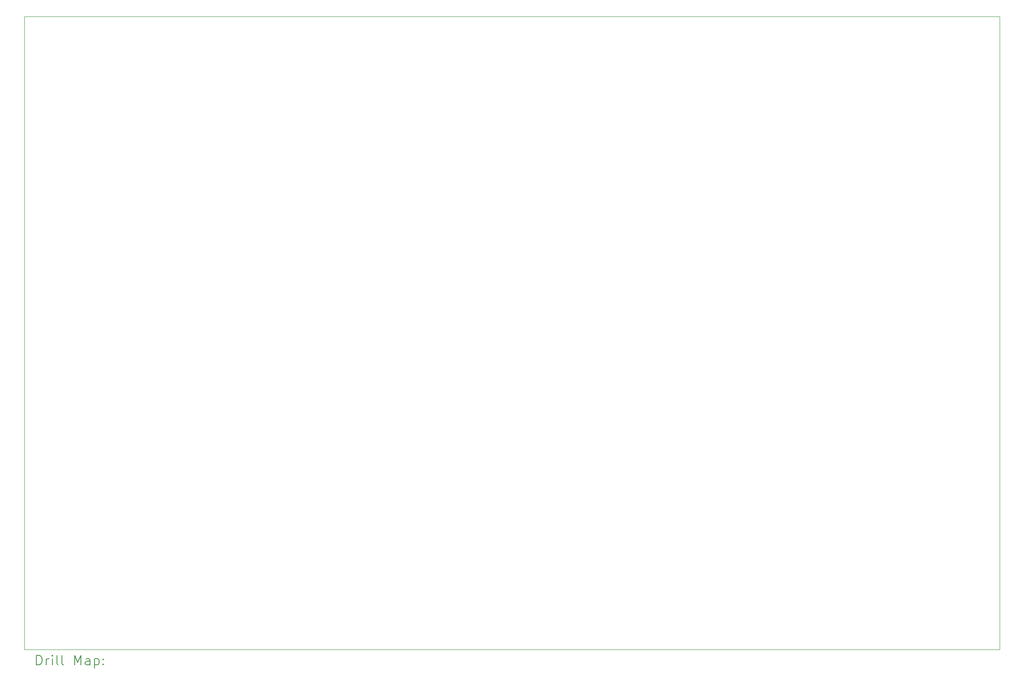
<source format=gbr>
%TF.GenerationSoftware,KiCad,Pcbnew,7.0.2*%
%TF.CreationDate,2023-05-21T12:10:29+01:00*%
%TF.ProjectId,FujiNet_Z80Bus_ReferenceDesign,46756a69-4e65-4745-9f5a-38304275735f,rev?*%
%TF.SameCoordinates,Original*%
%TF.FileFunction,Drillmap*%
%TF.FilePolarity,Positive*%
%FSLAX45Y45*%
G04 Gerber Fmt 4.5, Leading zero omitted, Abs format (unit mm)*
G04 Created by KiCad (PCBNEW 7.0.2) date 2023-05-21 12:10:29*
%MOMM*%
%LPD*%
G01*
G04 APERTURE LIST*
%ADD10C,0.050000*%
%ADD11C,0.200000*%
G04 APERTURE END LIST*
D10*
X6400000Y-3000000D02*
X26400000Y-3000000D01*
X26400000Y-16000000D01*
X6400000Y-16000000D01*
X6400000Y-3000000D01*
D11*
X6645119Y-16315024D02*
X6645119Y-16115024D01*
X6645119Y-16115024D02*
X6692738Y-16115024D01*
X6692738Y-16115024D02*
X6721309Y-16124548D01*
X6721309Y-16124548D02*
X6740357Y-16143595D01*
X6740357Y-16143595D02*
X6749881Y-16162643D01*
X6749881Y-16162643D02*
X6759405Y-16200738D01*
X6759405Y-16200738D02*
X6759405Y-16229309D01*
X6759405Y-16229309D02*
X6749881Y-16267405D01*
X6749881Y-16267405D02*
X6740357Y-16286452D01*
X6740357Y-16286452D02*
X6721309Y-16305500D01*
X6721309Y-16305500D02*
X6692738Y-16315024D01*
X6692738Y-16315024D02*
X6645119Y-16315024D01*
X6845119Y-16315024D02*
X6845119Y-16181690D01*
X6845119Y-16219786D02*
X6854643Y-16200738D01*
X6854643Y-16200738D02*
X6864167Y-16191214D01*
X6864167Y-16191214D02*
X6883214Y-16181690D01*
X6883214Y-16181690D02*
X6902262Y-16181690D01*
X6968928Y-16315024D02*
X6968928Y-16181690D01*
X6968928Y-16115024D02*
X6959405Y-16124548D01*
X6959405Y-16124548D02*
X6968928Y-16134071D01*
X6968928Y-16134071D02*
X6978452Y-16124548D01*
X6978452Y-16124548D02*
X6968928Y-16115024D01*
X6968928Y-16115024D02*
X6968928Y-16134071D01*
X7092738Y-16315024D02*
X7073690Y-16305500D01*
X7073690Y-16305500D02*
X7064167Y-16286452D01*
X7064167Y-16286452D02*
X7064167Y-16115024D01*
X7197500Y-16315024D02*
X7178452Y-16305500D01*
X7178452Y-16305500D02*
X7168928Y-16286452D01*
X7168928Y-16286452D02*
X7168928Y-16115024D01*
X7426071Y-16315024D02*
X7426071Y-16115024D01*
X7426071Y-16115024D02*
X7492738Y-16257881D01*
X7492738Y-16257881D02*
X7559405Y-16115024D01*
X7559405Y-16115024D02*
X7559405Y-16315024D01*
X7740357Y-16315024D02*
X7740357Y-16210262D01*
X7740357Y-16210262D02*
X7730833Y-16191214D01*
X7730833Y-16191214D02*
X7711786Y-16181690D01*
X7711786Y-16181690D02*
X7673690Y-16181690D01*
X7673690Y-16181690D02*
X7654643Y-16191214D01*
X7740357Y-16305500D02*
X7721309Y-16315024D01*
X7721309Y-16315024D02*
X7673690Y-16315024D01*
X7673690Y-16315024D02*
X7654643Y-16305500D01*
X7654643Y-16305500D02*
X7645119Y-16286452D01*
X7645119Y-16286452D02*
X7645119Y-16267405D01*
X7645119Y-16267405D02*
X7654643Y-16248357D01*
X7654643Y-16248357D02*
X7673690Y-16238833D01*
X7673690Y-16238833D02*
X7721309Y-16238833D01*
X7721309Y-16238833D02*
X7740357Y-16229309D01*
X7835595Y-16181690D02*
X7835595Y-16381690D01*
X7835595Y-16191214D02*
X7854643Y-16181690D01*
X7854643Y-16181690D02*
X7892738Y-16181690D01*
X7892738Y-16181690D02*
X7911786Y-16191214D01*
X7911786Y-16191214D02*
X7921309Y-16200738D01*
X7921309Y-16200738D02*
X7930833Y-16219786D01*
X7930833Y-16219786D02*
X7930833Y-16276928D01*
X7930833Y-16276928D02*
X7921309Y-16295976D01*
X7921309Y-16295976D02*
X7911786Y-16305500D01*
X7911786Y-16305500D02*
X7892738Y-16315024D01*
X7892738Y-16315024D02*
X7854643Y-16315024D01*
X7854643Y-16315024D02*
X7835595Y-16305500D01*
X8016548Y-16295976D02*
X8026071Y-16305500D01*
X8026071Y-16305500D02*
X8016548Y-16315024D01*
X8016548Y-16315024D02*
X8007024Y-16305500D01*
X8007024Y-16305500D02*
X8016548Y-16295976D01*
X8016548Y-16295976D02*
X8016548Y-16315024D01*
X8016548Y-16191214D02*
X8026071Y-16200738D01*
X8026071Y-16200738D02*
X8016548Y-16210262D01*
X8016548Y-16210262D02*
X8007024Y-16200738D01*
X8007024Y-16200738D02*
X8016548Y-16191214D01*
X8016548Y-16191214D02*
X8016548Y-16210262D01*
M02*

</source>
